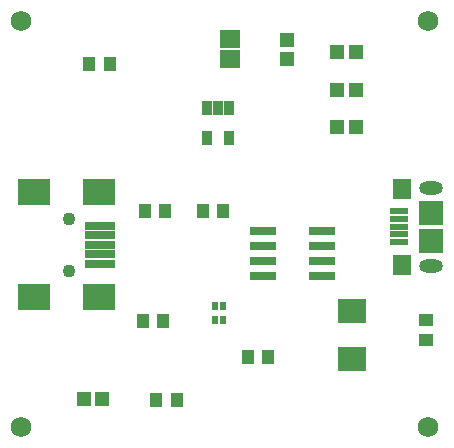
<source format=gts>
G04*
G04 #@! TF.GenerationSoftware,Altium Limited,Altium Designer,19.1.5 (86)*
G04*
G04 Layer_Color=8388736*
%FSLAX25Y25*%
%MOIN*%
G70*
G01*
G75*
%ADD29R,0.04343X0.04737*%
%ADD30R,0.09658X0.08477*%
%ADD31R,0.08556X0.03044*%
%ADD32R,0.04737X0.04343*%
%ADD33R,0.02375X0.02769*%
%ADD34R,0.10642X0.08674*%
%ADD35R,0.09855X0.02769*%
%ADD36R,0.03600X0.04700*%
%ADD37R,0.06706X0.05918*%
%ADD38R,0.04737X0.04737*%
%ADD39R,0.08280X0.08280*%
%ADD40R,0.06312X0.07099*%
%ADD41R,0.06115X0.02375*%
%ADD42R,0.04737X0.04737*%
%ADD43C,0.04343*%
%ADD44O,0.07887X0.04343*%
%ADD45C,0.02769*%
%ADD46C,0.06800*%
D29*
X37000Y128500D02*
D03*
X30307D02*
D03*
X68154Y79500D02*
D03*
X74847D02*
D03*
X48154Y43000D02*
D03*
X54847D02*
D03*
X89846Y31000D02*
D03*
X83153D02*
D03*
X59346Y16500D02*
D03*
X52653D02*
D03*
X55500Y79500D02*
D03*
X48807D02*
D03*
D30*
X117852Y46118D02*
D03*
Y30173D02*
D03*
D31*
X107744Y73000D02*
D03*
Y68000D02*
D03*
Y63000D02*
D03*
Y58000D02*
D03*
X88256D02*
D03*
Y63000D02*
D03*
Y68000D02*
D03*
Y73000D02*
D03*
D32*
X142500Y36654D02*
D03*
Y43347D02*
D03*
D33*
X72122Y47862D02*
D03*
X74878D02*
D03*
Y43138D02*
D03*
X72122D02*
D03*
D34*
X11689Y50819D02*
D03*
X33342D02*
D03*
Y85858D02*
D03*
X11689D02*
D03*
D35*
X33736Y62039D02*
D03*
Y65189D02*
D03*
Y74638D02*
D03*
Y71488D02*
D03*
Y68339D02*
D03*
D36*
X76900Y114000D02*
D03*
X73200D02*
D03*
X69500D02*
D03*
X69450Y103800D02*
D03*
X76950D02*
D03*
D37*
X77000Y130154D02*
D03*
Y136846D02*
D03*
D38*
X34650Y17000D02*
D03*
X28350D02*
D03*
X119000Y132500D02*
D03*
X112701D02*
D03*
X119000Y120000D02*
D03*
X112701D02*
D03*
X119150Y107500D02*
D03*
X112850D02*
D03*
D39*
X144000Y79000D02*
D03*
Y69551D02*
D03*
D40*
X134354Y86874D02*
D03*
Y61677D02*
D03*
D41*
X133468Y79394D02*
D03*
Y76835D02*
D03*
Y74276D02*
D03*
Y71716D02*
D03*
Y69157D02*
D03*
D42*
X96000Y136650D02*
D03*
Y130350D02*
D03*
D43*
X23500Y59677D02*
D03*
Y77000D02*
D03*
D44*
X144000Y87268D02*
D03*
Y61283D02*
D03*
D45*
Y87268D02*
D03*
Y61283D02*
D03*
D46*
X7500Y7500D02*
D03*
Y143000D02*
D03*
X143000D02*
D03*
Y7500D02*
D03*
M02*

</source>
